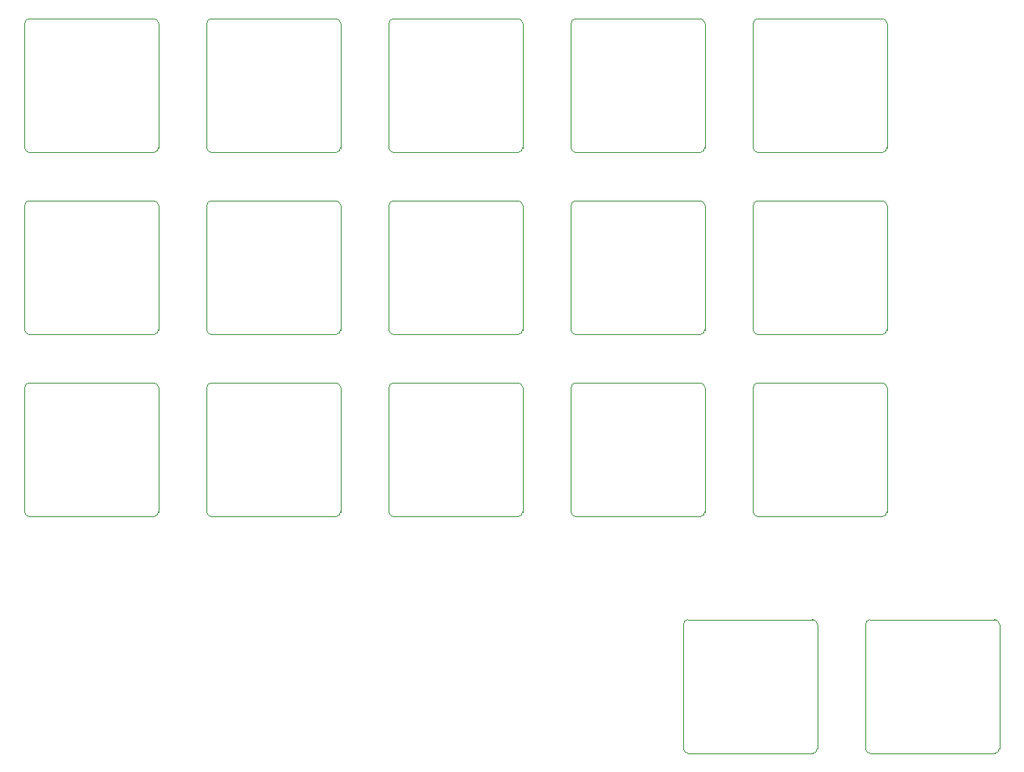
<source format=gbr>
%TF.GenerationSoftware,KiCad,Pcbnew,8.0.7*%
%TF.CreationDate,2025-01-05T02:21:24-08:00*%
%TF.ProjectId,risha,72697368-612e-46b6-9963-61645f706362,v1.0.0*%
%TF.SameCoordinates,Original*%
%TF.FileFunction,Other,ECO2*%
%FSLAX46Y46*%
G04 Gerber Fmt 4.6, Leading zero omitted, Abs format (unit mm)*
G04 Created by KiCad (PCBNEW 8.0.7) date 2025-01-05 02:21:24*
%MOMM*%
%LPD*%
G01*
G04 APERTURE LIST*
%ADD10C,0.050000*%
G04 APERTURE END LIST*
D10*
%TO.C,MX8*%
X126350000Y-82700000D02*
X126350000Y-69700000D01*
X126850000Y-69200000D02*
X139850000Y-69200000D01*
X139850000Y-83200000D02*
X126850000Y-83200000D01*
X140350000Y-69700000D02*
X140350000Y-82700000D01*
X126350000Y-69700000D02*
G75*
G02*
X126850000Y-69200000I500001J-1D01*
G01*
X126850000Y-83200000D02*
G75*
G02*
X126350000Y-82700000I1J500001D01*
G01*
X139850000Y-69200000D02*
G75*
G02*
X140350000Y-69700000I0J-500000D01*
G01*
X140347236Y-82698884D02*
G75*
G02*
X139847236Y-83198886I-499946J-56D01*
G01*
%TO.C,MX17*%
X176200000Y-126515000D02*
X176200000Y-113515000D01*
X176700000Y-113015000D02*
X189700000Y-113015000D01*
X189700000Y-127015000D02*
X176700000Y-127015000D01*
X190200000Y-113515000D02*
X190200000Y-126515000D01*
X176200000Y-113515000D02*
G75*
G02*
X176700000Y-113015000I500001J-1D01*
G01*
X176700000Y-127015000D02*
G75*
G02*
X176200000Y-126515000I1J500001D01*
G01*
X189700000Y-113015000D02*
G75*
G02*
X190200000Y-113515000I0J-500000D01*
G01*
X190197236Y-126513884D02*
G75*
G02*
X189697236Y-127013886I-499946J-56D01*
G01*
%TO.C,MX4*%
X107300000Y-101750000D02*
X107300000Y-88750000D01*
X107800000Y-88250000D02*
X120800000Y-88250000D01*
X120800000Y-102250000D02*
X107800000Y-102250000D01*
X121300000Y-88750000D02*
X121300000Y-101750000D01*
X107300000Y-88750000D02*
G75*
G02*
X107800000Y-88250000I500001J-1D01*
G01*
X107800000Y-102250000D02*
G75*
G02*
X107300000Y-101750000I1J500001D01*
G01*
X120800000Y-88250000D02*
G75*
G02*
X121300000Y-88750000I0J-500000D01*
G01*
X121297236Y-101748884D02*
G75*
G02*
X120797236Y-102248886I-499946J-56D01*
G01*
%TO.C,MX10*%
X145400000Y-101750000D02*
X145400000Y-88750000D01*
X145900000Y-88250000D02*
X158900000Y-88250000D01*
X158900000Y-102250000D02*
X145900000Y-102250000D01*
X159400000Y-88750000D02*
X159400000Y-101750000D01*
X145400000Y-88750000D02*
G75*
G02*
X145900000Y-88250000I500001J-1D01*
G01*
X145900000Y-102250000D02*
G75*
G02*
X145400000Y-101750000I1J500001D01*
G01*
X158900000Y-88250000D02*
G75*
G02*
X159400000Y-88750000I0J-500000D01*
G01*
X159397236Y-101748884D02*
G75*
G02*
X158897236Y-102248886I-499946J-56D01*
G01*
%TO.C,MX3*%
X88250000Y-63650000D02*
X88250000Y-50650000D01*
X88750000Y-50150000D02*
X101750000Y-50150000D01*
X101750000Y-64150000D02*
X88750000Y-64150000D01*
X102250000Y-50650000D02*
X102250000Y-63650000D01*
X88250000Y-50650000D02*
G75*
G02*
X88750000Y-50150000I500001J-1D01*
G01*
X88750000Y-64150000D02*
G75*
G02*
X88250000Y-63650000I1J500001D01*
G01*
X101750000Y-50150000D02*
G75*
G02*
X102250000Y-50650000I0J-500000D01*
G01*
X102247236Y-63648884D02*
G75*
G02*
X101747236Y-64148886I-499946J-56D01*
G01*
%TO.C,MX12*%
X145400000Y-63650000D02*
X145400000Y-50650000D01*
X145900000Y-50150000D02*
X158900000Y-50150000D01*
X158900000Y-64150000D02*
X145900000Y-64150000D01*
X159400000Y-50650000D02*
X159400000Y-63650000D01*
X145400000Y-50650000D02*
G75*
G02*
X145900000Y-50150000I500001J-1D01*
G01*
X145900000Y-64150000D02*
G75*
G02*
X145400000Y-63650000I1J500001D01*
G01*
X158900000Y-50150000D02*
G75*
G02*
X159400000Y-50650000I0J-500000D01*
G01*
X159397236Y-63648884D02*
G75*
G02*
X158897236Y-64148886I-499946J-56D01*
G01*
%TO.C,MX14*%
X164450000Y-82700000D02*
X164450000Y-69700000D01*
X164950000Y-69200000D02*
X177950000Y-69200000D01*
X177950000Y-83200000D02*
X164950000Y-83200000D01*
X178450000Y-69700000D02*
X178450000Y-82700000D01*
X164450000Y-69700000D02*
G75*
G02*
X164950000Y-69200000I500001J-1D01*
G01*
X164950000Y-83200000D02*
G75*
G02*
X164450000Y-82700000I1J500001D01*
G01*
X177950000Y-69200000D02*
G75*
G02*
X178450000Y-69700000I0J-500000D01*
G01*
X178447236Y-82698884D02*
G75*
G02*
X177947236Y-83198886I-499946J-56D01*
G01*
%TO.C,MX9*%
X126350000Y-63650000D02*
X126350000Y-50650000D01*
X126850000Y-50150000D02*
X139850000Y-50150000D01*
X139850000Y-64150000D02*
X126850000Y-64150000D01*
X140350000Y-50650000D02*
X140350000Y-63650000D01*
X126350000Y-50650000D02*
G75*
G02*
X126850000Y-50150000I500001J-1D01*
G01*
X126850000Y-64150000D02*
G75*
G02*
X126350000Y-63650000I1J500001D01*
G01*
X139850000Y-50150000D02*
G75*
G02*
X140350000Y-50650000I0J-500000D01*
G01*
X140347236Y-63648884D02*
G75*
G02*
X139847236Y-64148886I-499946J-56D01*
G01*
%TO.C,MX15*%
X164450000Y-63650000D02*
X164450000Y-50650000D01*
X164950000Y-50150000D02*
X177950000Y-50150000D01*
X177950000Y-64150000D02*
X164950000Y-64150000D01*
X178450000Y-50650000D02*
X178450000Y-63650000D01*
X164450000Y-50650000D02*
G75*
G02*
X164950000Y-50150000I500001J-1D01*
G01*
X164950000Y-64150000D02*
G75*
G02*
X164450000Y-63650000I1J500001D01*
G01*
X177950000Y-50150000D02*
G75*
G02*
X178450000Y-50650000I0J-500000D01*
G01*
X178447236Y-63648884D02*
G75*
G02*
X177947236Y-64148886I-499946J-56D01*
G01*
%TO.C,MX13*%
X164450000Y-101750000D02*
X164450000Y-88750000D01*
X164950000Y-88250000D02*
X177950000Y-88250000D01*
X177950000Y-102250000D02*
X164950000Y-102250000D01*
X178450000Y-88750000D02*
X178450000Y-101750000D01*
X164450000Y-88750000D02*
G75*
G02*
X164950000Y-88250000I500001J-1D01*
G01*
X164950000Y-102250000D02*
G75*
G02*
X164450000Y-101750000I1J500001D01*
G01*
X177950000Y-88250000D02*
G75*
G02*
X178450000Y-88750000I0J-500000D01*
G01*
X178447236Y-101748884D02*
G75*
G02*
X177947236Y-102248886I-499946J-56D01*
G01*
%TO.C,MX7*%
X126350000Y-101750000D02*
X126350000Y-88750000D01*
X126850000Y-88250000D02*
X139850000Y-88250000D01*
X139850000Y-102250000D02*
X126850000Y-102250000D01*
X140350000Y-88750000D02*
X140350000Y-101750000D01*
X126350000Y-88750000D02*
G75*
G02*
X126850000Y-88250000I500001J-1D01*
G01*
X126850000Y-102250000D02*
G75*
G02*
X126350000Y-101750000I1J500001D01*
G01*
X139850000Y-88250000D02*
G75*
G02*
X140350000Y-88750000I0J-500000D01*
G01*
X140347236Y-101748884D02*
G75*
G02*
X139847236Y-102248886I-499946J-56D01*
G01*
%TO.C,MX5*%
X107300000Y-82700000D02*
X107300000Y-69700000D01*
X107800000Y-69200000D02*
X120800000Y-69200000D01*
X120800000Y-83200000D02*
X107800000Y-83200000D01*
X121300000Y-69700000D02*
X121300000Y-82700000D01*
X107300000Y-69700000D02*
G75*
G02*
X107800000Y-69200000I500001J-1D01*
G01*
X107800000Y-83200000D02*
G75*
G02*
X107300000Y-82700000I1J500001D01*
G01*
X120800000Y-69200000D02*
G75*
G02*
X121300000Y-69700000I0J-500000D01*
G01*
X121297236Y-82698884D02*
G75*
G02*
X120797236Y-83198886I-499946J-56D01*
G01*
%TO.C,MX6*%
X107300000Y-63650000D02*
X107300000Y-50650000D01*
X107800000Y-50150000D02*
X120800000Y-50150000D01*
X120800000Y-64150000D02*
X107800000Y-64150000D01*
X121300000Y-50650000D02*
X121300000Y-63650000D01*
X107300000Y-50650000D02*
G75*
G02*
X107800000Y-50150000I500001J-1D01*
G01*
X107800000Y-64150000D02*
G75*
G02*
X107300000Y-63650000I1J500001D01*
G01*
X120800000Y-50150000D02*
G75*
G02*
X121300000Y-50650000I0J-500000D01*
G01*
X121297236Y-63648884D02*
G75*
G02*
X120797236Y-64148886I-499946J-56D01*
G01*
%TO.C,MX16*%
X157150000Y-126515000D02*
X157150000Y-113515000D01*
X157650000Y-113015000D02*
X170650000Y-113015000D01*
X170650000Y-127015000D02*
X157650000Y-127015000D01*
X171150000Y-113515000D02*
X171150000Y-126515000D01*
X157150000Y-113515000D02*
G75*
G02*
X157650000Y-113015000I500001J-1D01*
G01*
X157650000Y-127015000D02*
G75*
G02*
X157150000Y-126515000I1J500001D01*
G01*
X170650000Y-113015000D02*
G75*
G02*
X171150000Y-113515000I0J-500000D01*
G01*
X171147236Y-126513884D02*
G75*
G02*
X170647236Y-127013886I-499946J-56D01*
G01*
%TO.C,MX1*%
X88250000Y-101750000D02*
X88250000Y-88750000D01*
X88750000Y-88250000D02*
X101750000Y-88250000D01*
X101750000Y-102250000D02*
X88750000Y-102250000D01*
X102250000Y-88750000D02*
X102250000Y-101750000D01*
X88250000Y-88750000D02*
G75*
G02*
X88750000Y-88250000I500001J-1D01*
G01*
X88750000Y-102250000D02*
G75*
G02*
X88250000Y-101750000I1J500001D01*
G01*
X101750000Y-88250000D02*
G75*
G02*
X102250000Y-88750000I0J-500000D01*
G01*
X102247236Y-101748884D02*
G75*
G02*
X101747236Y-102248886I-499946J-56D01*
G01*
%TO.C,MX2*%
X88250000Y-82700000D02*
X88250000Y-69700000D01*
X88750000Y-69200000D02*
X101750000Y-69200000D01*
X101750000Y-83200000D02*
X88750000Y-83200000D01*
X102250000Y-69700000D02*
X102250000Y-82700000D01*
X88250000Y-69700000D02*
G75*
G02*
X88750000Y-69200000I500001J-1D01*
G01*
X88750000Y-83200000D02*
G75*
G02*
X88250000Y-82700000I1J500001D01*
G01*
X101750000Y-69200000D02*
G75*
G02*
X102250000Y-69700000I0J-500000D01*
G01*
X102247236Y-82698884D02*
G75*
G02*
X101747236Y-83198886I-499946J-56D01*
G01*
%TO.C,MX11*%
X145400000Y-82700000D02*
X145400000Y-69700000D01*
X145900000Y-69200000D02*
X158900000Y-69200000D01*
X158900000Y-83200000D02*
X145900000Y-83200000D01*
X159400000Y-69700000D02*
X159400000Y-82700000D01*
X145400000Y-69700000D02*
G75*
G02*
X145900000Y-69200000I500001J-1D01*
G01*
X145900000Y-83200000D02*
G75*
G02*
X145400000Y-82700000I1J500001D01*
G01*
X158900000Y-69200000D02*
G75*
G02*
X159400000Y-69700000I0J-500000D01*
G01*
X159397236Y-82698884D02*
G75*
G02*
X158897236Y-83198886I-499946J-56D01*
G01*
%TD*%
M02*

</source>
